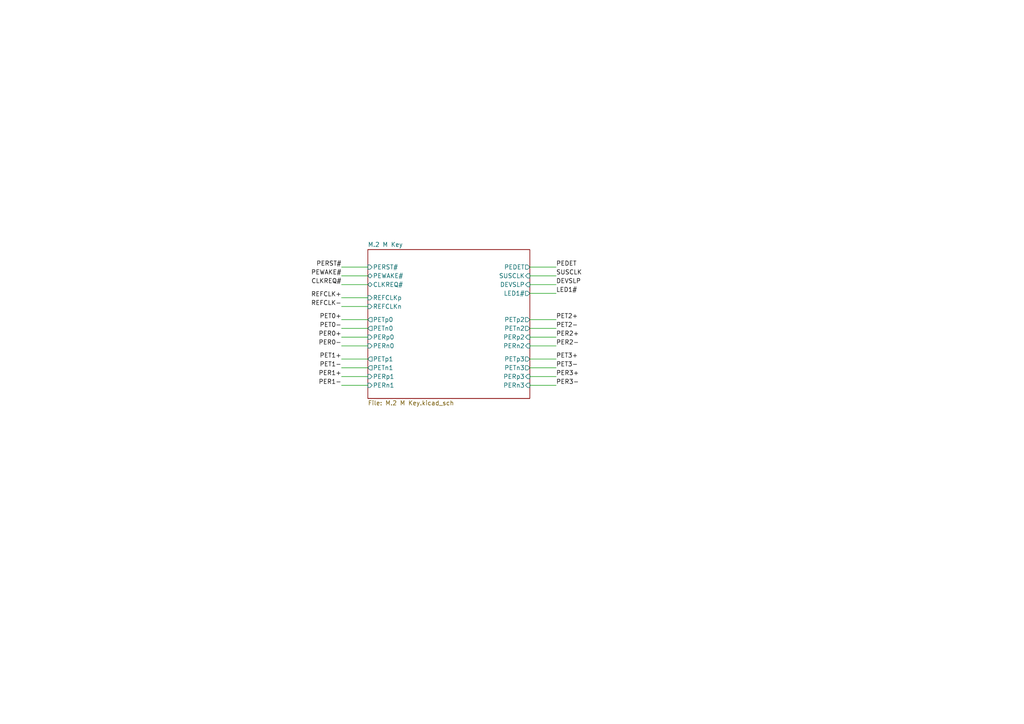
<source format=kicad_sch>
(kicad_sch
	(version 20250114)
	(generator "eeschema")
	(generator_version "9.0")
	(uuid "33a896b5-698c-4421-ac90-a15bdf9e4c25")
	(paper "A4")
	(lib_symbols)
	(wire
		(pts
			(xy 153.67 100.33) (xy 161.29 100.33)
		)
		(stroke
			(width 0)
			(type default)
		)
		(uuid "06c03d98-5772-4d78-ae8b-84291289d87d")
	)
	(wire
		(pts
			(xy 99.06 92.71) (xy 106.68 92.71)
		)
		(stroke
			(width 0)
			(type default)
		)
		(uuid "0abf3b8d-fd97-41a5-8a12-3ac928b6c24d")
	)
	(wire
		(pts
			(xy 153.67 104.14) (xy 161.29 104.14)
		)
		(stroke
			(width 0)
			(type default)
		)
		(uuid "16a394f4-9fb1-4628-b461-4e5c80d49eb9")
	)
	(wire
		(pts
			(xy 99.06 109.22) (xy 106.68 109.22)
		)
		(stroke
			(width 0)
			(type default)
		)
		(uuid "17049176-5c63-4b5e-96d5-2ef53f8f8113")
	)
	(wire
		(pts
			(xy 153.67 106.68) (xy 161.29 106.68)
		)
		(stroke
			(width 0)
			(type default)
		)
		(uuid "34be8596-5409-4bac-a9e8-73f0c7123147")
	)
	(wire
		(pts
			(xy 99.06 100.33) (xy 106.68 100.33)
		)
		(stroke
			(width 0)
			(type default)
		)
		(uuid "3a2b36ad-52ed-42a2-bae3-a833b093d82e")
	)
	(wire
		(pts
			(xy 153.67 85.09) (xy 161.29 85.09)
		)
		(stroke
			(width 0)
			(type default)
		)
		(uuid "55c18b7e-28b4-40a7-82ef-f119e7e5623d")
	)
	(wire
		(pts
			(xy 99.06 97.79) (xy 106.68 97.79)
		)
		(stroke
			(width 0)
			(type default)
		)
		(uuid "5766311b-0802-4ca9-836e-8b7b3ec8e23c")
	)
	(wire
		(pts
			(xy 99.06 104.14) (xy 106.68 104.14)
		)
		(stroke
			(width 0)
			(type default)
		)
		(uuid "586fac1d-4140-477c-910d-80bff97803bd")
	)
	(wire
		(pts
			(xy 153.67 82.55) (xy 161.29 82.55)
		)
		(stroke
			(width 0)
			(type default)
		)
		(uuid "59b4bff7-8be6-4709-a236-b34498da3df6")
	)
	(wire
		(pts
			(xy 99.06 80.01) (xy 106.68 80.01)
		)
		(stroke
			(width 0)
			(type default)
		)
		(uuid "642dc4bd-3a35-4d8e-a433-17f2e0a13561")
	)
	(wire
		(pts
			(xy 153.67 92.71) (xy 161.29 92.71)
		)
		(stroke
			(width 0)
			(type default)
		)
		(uuid "83cbd08a-38db-43c9-941d-fd0c9315d9ca")
	)
	(wire
		(pts
			(xy 99.06 82.55) (xy 106.68 82.55)
		)
		(stroke
			(width 0)
			(type default)
		)
		(uuid "8bac8079-75f6-4e4c-8415-705cfd16e7ae")
	)
	(wire
		(pts
			(xy 153.67 77.47) (xy 161.29 77.47)
		)
		(stroke
			(width 0)
			(type default)
		)
		(uuid "8d313cd4-6672-4b50-a0cc-87d3f6005f27")
	)
	(wire
		(pts
			(xy 99.06 106.68) (xy 106.68 106.68)
		)
		(stroke
			(width 0)
			(type default)
		)
		(uuid "8dd39fcb-21d8-4e87-82d0-245afca1b917")
	)
	(wire
		(pts
			(xy 153.67 111.76) (xy 161.29 111.76)
		)
		(stroke
			(width 0)
			(type default)
		)
		(uuid "941bac9e-ee51-412e-998a-c4fd1aae4e10")
	)
	(wire
		(pts
			(xy 153.67 95.25) (xy 161.29 95.25)
		)
		(stroke
			(width 0)
			(type default)
		)
		(uuid "ad6f3996-f63d-4f7a-85ce-1968e402e183")
	)
	(wire
		(pts
			(xy 99.06 86.36) (xy 106.68 86.36)
		)
		(stroke
			(width 0)
			(type default)
		)
		(uuid "b145c54d-09cf-4584-b7b4-6ad4ad32dab4")
	)
	(wire
		(pts
			(xy 153.67 109.22) (xy 161.29 109.22)
		)
		(stroke
			(width 0)
			(type default)
		)
		(uuid "b1e4cfbe-d980-4f60-8972-471808ee97c2")
	)
	(wire
		(pts
			(xy 99.06 95.25) (xy 106.68 95.25)
		)
		(stroke
			(width 0)
			(type default)
		)
		(uuid "b48b8a43-bee0-4af4-b88f-c4bd879a45e3")
	)
	(wire
		(pts
			(xy 99.06 111.76) (xy 106.68 111.76)
		)
		(stroke
			(width 0)
			(type default)
		)
		(uuid "c38ad5bc-f266-4d9a-8074-e1f6b9ec844a")
	)
	(wire
		(pts
			(xy 153.67 97.79) (xy 161.29 97.79)
		)
		(stroke
			(width 0)
			(type default)
		)
		(uuid "cde4042a-2810-4f74-af2c-d80b1ef03f2e")
	)
	(wire
		(pts
			(xy 99.06 88.9) (xy 106.68 88.9)
		)
		(stroke
			(width 0)
			(type default)
		)
		(uuid "e344086a-e388-4060-8c3e-c2eb5a8e95d0")
	)
	(wire
		(pts
			(xy 153.67 80.01) (xy 161.29 80.01)
		)
		(stroke
			(width 0)
			(type default)
		)
		(uuid "f5e925ee-a38c-43f7-90e9-19f5fecc36e5")
	)
	(wire
		(pts
			(xy 99.06 77.47) (xy 106.68 77.47)
		)
		(stroke
			(width 0)
			(type default)
		)
		(uuid "f751ecc4-95cf-48f9-bc14-56d558fcfcea")
	)
	(label "SUSCLK"
		(at 161.29 80.01 0)
		(effects
			(font
				(size 1.27 1.27)
			)
			(justify left bottom)
		)
		(uuid "00aeb9e6-8708-41ec-9742-4a009e475e6d")
	)
	(label "PET3-"
		(at 161.29 106.68 0)
		(effects
			(font
				(size 1.27 1.27)
			)
			(justify left bottom)
		)
		(uuid "1468d144-83cc-4063-a715-e82f309cc685")
	)
	(label "PER0+"
		(at 99.06 97.79 180)
		(effects
			(font
				(size 1.27 1.27)
			)
			(justify right bottom)
		)
		(uuid "15b702ea-de8d-4b87-b200-b03252c441ea")
	)
	(label "PEWAKE#"
		(at 99.06 80.01 180)
		(effects
			(font
				(size 1.27 1.27)
			)
			(justify right bottom)
		)
		(uuid "28ec40db-7752-408b-9413-b481d710664a")
	)
	(label "PEDET"
		(at 161.29 77.47 0)
		(effects
			(font
				(size 1.27 1.27)
			)
			(justify left bottom)
		)
		(uuid "3d2f40c8-3138-4da6-8c50-c2e911eea388")
	)
	(label "PET0+"
		(at 99.06 92.71 180)
		(effects
			(font
				(size 1.27 1.27)
			)
			(justify right bottom)
		)
		(uuid "4582be4e-5cec-40fc-aa14-3792babc18dd")
	)
	(label "CLKREQ#"
		(at 99.06 82.55 180)
		(effects
			(font
				(size 1.27 1.27)
			)
			(justify right bottom)
		)
		(uuid "470cc5b0-4258-41cf-9c23-73caf48fb01d")
	)
	(label "PER3-"
		(at 161.29 111.76 0)
		(effects
			(font
				(size 1.27 1.27)
			)
			(justify left bottom)
		)
		(uuid "48da7ed2-b883-4ade-a0a0-c9a8098d8366")
	)
	(label "PET1+"
		(at 99.06 104.14 180)
		(effects
			(font
				(size 1.27 1.27)
			)
			(justify right bottom)
		)
		(uuid "4b5e8155-8ffd-4a71-8854-ffa9ff6c7aaa")
	)
	(label "PERST#"
		(at 99.06 77.47 180)
		(effects
			(font
				(size 1.27 1.27)
			)
			(justify right bottom)
		)
		(uuid "51380a86-f6f0-4440-8643-948db70cd949")
	)
	(label "PET2-"
		(at 161.29 95.25 0)
		(effects
			(font
				(size 1.27 1.27)
			)
			(justify left bottom)
		)
		(uuid "64b2b93b-9dbf-4691-b347-2f21708167b3")
	)
	(label "REFCLK+"
		(at 99.06 86.36 180)
		(effects
			(font
				(size 1.27 1.27)
			)
			(justify right bottom)
		)
		(uuid "669c23c8-c372-49c4-bbef-32727b077629")
	)
	(label "DEVSLP"
		(at 161.29 82.55 0)
		(effects
			(font
				(size 1.27 1.27)
			)
			(justify left bottom)
		)
		(uuid "6bd418a8-41ba-4955-9795-f492d3aaaa15")
	)
	(label "REFCLK-"
		(at 99.06 88.9 180)
		(effects
			(font
				(size 1.27 1.27)
			)
			(justify right bottom)
		)
		(uuid "70148944-0483-4d04-9006-c175a14886c5")
	)
	(label "PER1-"
		(at 99.06 111.76 180)
		(effects
			(font
				(size 1.27 1.27)
			)
			(justify right bottom)
		)
		(uuid "73679d10-dde0-4c4a-b97a-32034b9a59c2")
	)
	(label "PET1-"
		(at 99.06 106.68 180)
		(effects
			(font
				(size 1.27 1.27)
			)
			(justify right bottom)
		)
		(uuid "7876e243-7172-4580-95b4-1a140a66fa05")
	)
	(label "PET3+"
		(at 161.29 104.14 0)
		(effects
			(font
				(size 1.27 1.27)
			)
			(justify left bottom)
		)
		(uuid "92d37cfa-2d53-4019-9edf-0ac1cbdcfdf8")
	)
	(label "PER2-"
		(at 161.29 100.33 0)
		(effects
			(font
				(size 1.27 1.27)
			)
			(justify left bottom)
		)
		(uuid "9e9b09c3-11e7-45d4-b89c-142fc9dc6d1b")
	)
	(label "PER0-"
		(at 99.06 100.33 180)
		(effects
			(font
				(size 1.27 1.27)
			)
			(justify right bottom)
		)
		(uuid "a1a28118-3a17-458a-bd89-ba3baab065dd")
	)
	(label "PET0-"
		(at 99.06 95.25 180)
		(effects
			(font
				(size 1.27 1.27)
			)
			(justify right bottom)
		)
		(uuid "b9ab5ed7-73cd-46b2-8313-a629c975c2fa")
	)
	(label "PET2+"
		(at 161.29 92.71 0)
		(effects
			(font
				(size 1.27 1.27)
			)
			(justify left bottom)
		)
		(uuid "bb984564-844f-47a1-bb70-1c7cf5c74b1d")
	)
	(label "PER2+"
		(at 161.29 97.79 0)
		(effects
			(font
				(size 1.27 1.27)
			)
			(justify left bottom)
		)
		(uuid "e2720845-d2e0-4968-9699-23d1cb3cd5b1")
	)
	(label "LED1#"
		(at 161.29 85.09 0)
		(effects
			(font
				(size 1.27 1.27)
			)
			(justify left bottom)
		)
		(uuid "ea609a79-f8c7-43cf-a7c1-975625e4bb86")
	)
	(label "PER1+"
		(at 99.06 109.22 180)
		(effects
			(font
				(size 1.27 1.27)
			)
			(justify right bottom)
		)
		(uuid "f52548ff-9452-49e6-9aac-91ee67872333")
	)
	(label "PER3+"
		(at 161.29 109.22 0)
		(effects
			(font
				(size 1.27 1.27)
			)
			(justify left bottom)
		)
		(uuid "fdf684f3-e5bb-42bb-a14c-14b83992778f")
	)
	(sheet
		(at 106.68 72.39)
		(size 46.99 43.18)
		(exclude_from_sim no)
		(in_bom yes)
		(on_board yes)
		(dnp no)
		(fields_autoplaced yes)
		(stroke
			(width 0.1524)
			(type solid)
		)
		(fill
			(color 0 0 0 0.0000)
		)
		(uuid "98cbbf9f-4962-4ccb-835c-8a53971f66d2")
		(property "Sheetname" "M.2 M Key"
			(at 106.68 71.6784 0)
			(effects
				(font
					(size 1.27 1.27)
				)
				(justify left bottom)
			)
		)
		(property "Sheetfile" "M.2 M Key.kicad_sch"
			(at 106.68 116.1546 0)
			(effects
				(font
					(size 1.27 1.27)
				)
				(justify left top)
			)
		)
		(pin "PERST#" input
			(at 106.68 77.47 180)
			(uuid "decfe8d8-5fcf-4f9f-9b5e-20391f452fe1")
			(effects
				(font
					(size 1.27 1.27)
				)
				(justify left)
			)
		)
		(pin "PEWAKE#" bidirectional
			(at 106.68 80.01 180)
			(uuid "0aa21a00-6a40-4132-996e-cc0c687d247a")
			(effects
				(font
					(size 1.27 1.27)
				)
				(justify left)
			)
		)
		(pin "CLKREQ#" bidirectional
			(at 106.68 82.55 180)
			(uuid "93ce9de7-9c27-40dd-8d12-98e84bb12b3c")
			(effects
				(font
					(size 1.27 1.27)
				)
				(justify left)
			)
		)
		(pin "REFCLKp" input
			(at 106.68 86.36 180)
			(uuid "8347f4f1-afd3-407e-8c23-d91524d6a55d")
			(effects
				(font
					(size 1.27 1.27)
				)
				(justify left)
			)
		)
		(pin "REFCLKn" input
			(at 106.68 88.9 180)
			(uuid "519c2a6e-8e02-4859-98e6-2fc73c4a29fe")
			(effects
				(font
					(size 1.27 1.27)
				)
				(justify left)
			)
		)
		(pin "PETp0" output
			(at 106.68 92.71 180)
			(uuid "e7ef9573-83cd-48c8-9b93-a9951ed39ab5")
			(effects
				(font
					(size 1.27 1.27)
				)
				(justify left)
			)
		)
		(pin "PERp0" input
			(at 106.68 97.79 180)
			(uuid "f58c92c1-22fe-46fd-a3a6-b9b1af4de250")
			(effects
				(font
					(size 1.27 1.27)
				)
				(justify left)
			)
		)
		(pin "PETn0" output
			(at 106.68 95.25 180)
			(uuid "1eef7632-4d15-4d0b-95c3-6a27a4ed30b3")
			(effects
				(font
					(size 1.27 1.27)
				)
				(justify left)
			)
		)
		(pin "PERn0" input
			(at 106.68 100.33 180)
			(uuid "c3877d44-85ff-43f0-862c-69dfce3d975b")
			(effects
				(font
					(size 1.27 1.27)
				)
				(justify left)
			)
		)
		(pin "PETp1" output
			(at 106.68 104.14 180)
			(uuid "0b207052-c63c-46b2-a212-d17315e606d1")
			(effects
				(font
					(size 1.27 1.27)
				)
				(justify left)
			)
		)
		(pin "PETn1" output
			(at 106.68 106.68 180)
			(uuid "8572495f-817d-4904-94e2-e47627e168ae")
			(effects
				(font
					(size 1.27 1.27)
				)
				(justify left)
			)
		)
		(pin "PERn1" input
			(at 106.68 111.76 180)
			(uuid "815a9905-3102-491b-affd-dfbe2d2353dd")
			(effects
				(font
					(size 1.27 1.27)
				)
				(justify left)
			)
		)
		(pin "PERp1" input
			(at 106.68 109.22 180)
			(uuid "40af8014-5f9d-4092-9673-b7a2eabe4039")
			(effects
				(font
					(size 1.27 1.27)
				)
				(justify left)
			)
		)
		(pin "PETn2" output
			(at 153.67 95.25 0)
			(uuid "99ea13db-ac41-477f-9e6f-ffd4b905d6cd")
			(effects
				(font
					(size 1.27 1.27)
				)
				(justify right)
			)
		)
		(pin "PETp2" output
			(at 153.67 92.71 0)
			(uuid "73650162-487b-4580-a0a0-89113d112257")
			(effects
				(font
					(size 1.27 1.27)
				)
				(justify right)
			)
		)
		(pin "PERp2" input
			(at 153.67 97.79 0)
			(uuid "5b7a5621-178b-40a7-9925-89612390c447")
			(effects
				(font
					(size 1.27 1.27)
				)
				(justify right)
			)
		)
		(pin "PERn2" input
			(at 153.67 100.33 0)
			(uuid "1e37faf7-6725-4752-8493-a734f5e023f9")
			(effects
				(font
					(size 1.27 1.27)
				)
				(justify right)
			)
		)
		(pin "PETp3" output
			(at 153.67 104.14 0)
			(uuid "d843fe96-50b9-4b18-a85a-360297bcaaa6")
			(effects
				(font
					(size 1.27 1.27)
				)
				(justify right)
			)
		)
		(pin "PETn3" output
			(at 153.67 106.68 0)
			(uuid "663636af-0b37-410f-93df-7375bfc880dd")
			(effects
				(font
					(size 1.27 1.27)
				)
				(justify right)
			)
		)
		(pin "PERn3" input
			(at 153.67 111.76 0)
			(uuid "dca0e1b8-db31-4792-b6e5-9a4e3e6a1b2d")
			(effects
				(font
					(size 1.27 1.27)
				)
				(justify right)
			)
		)
		(pin "PERp3" input
			(at 153.67 109.22 0)
			(uuid "82ced06b-3534-446d-948c-9c80830449d0")
			(effects
				(font
					(size 1.27 1.27)
				)
				(justify right)
			)
		)
		(pin "PEDET" output
			(at 153.67 77.47 0)
			(uuid "f9c7314a-76ce-48d9-b281-b9c05ccd5ce2")
			(effects
				(font
					(size 1.27 1.27)
				)
				(justify right)
			)
		)
		(pin "SUSCLK" input
			(at 153.67 80.01 0)
			(uuid "504b4b18-1a2c-44cc-afc8-45609158008c")
			(effects
				(font
					(size 1.27 1.27)
				)
				(justify right)
			)
		)
		(pin "DEVSLP" input
			(at 153.67 82.55 0)
			(uuid "1ac36ff6-cb58-4df7-8e52-60b52ba5091a")
			(effects
				(font
					(size 1.27 1.27)
				)
				(justify right)
			)
		)
		(pin "LED1#" output
			(at 153.67 85.09 0)
			(uuid "70659901-defb-442c-a85b-e27972d7bef0")
			(effects
				(font
					(size 1.27 1.27)
				)
				(justify right)
			)
		)
		(instances
			(project "M.2 M key 3042"
				(path "/33a896b5-698c-4421-ac90-a15bdf9e4c25"
					(page "2")
				)
			)
		)
	)
	(sheet_instances
		(path "/"
			(page "1")
		)
	)
	(embedded_fonts no)
)

</source>
